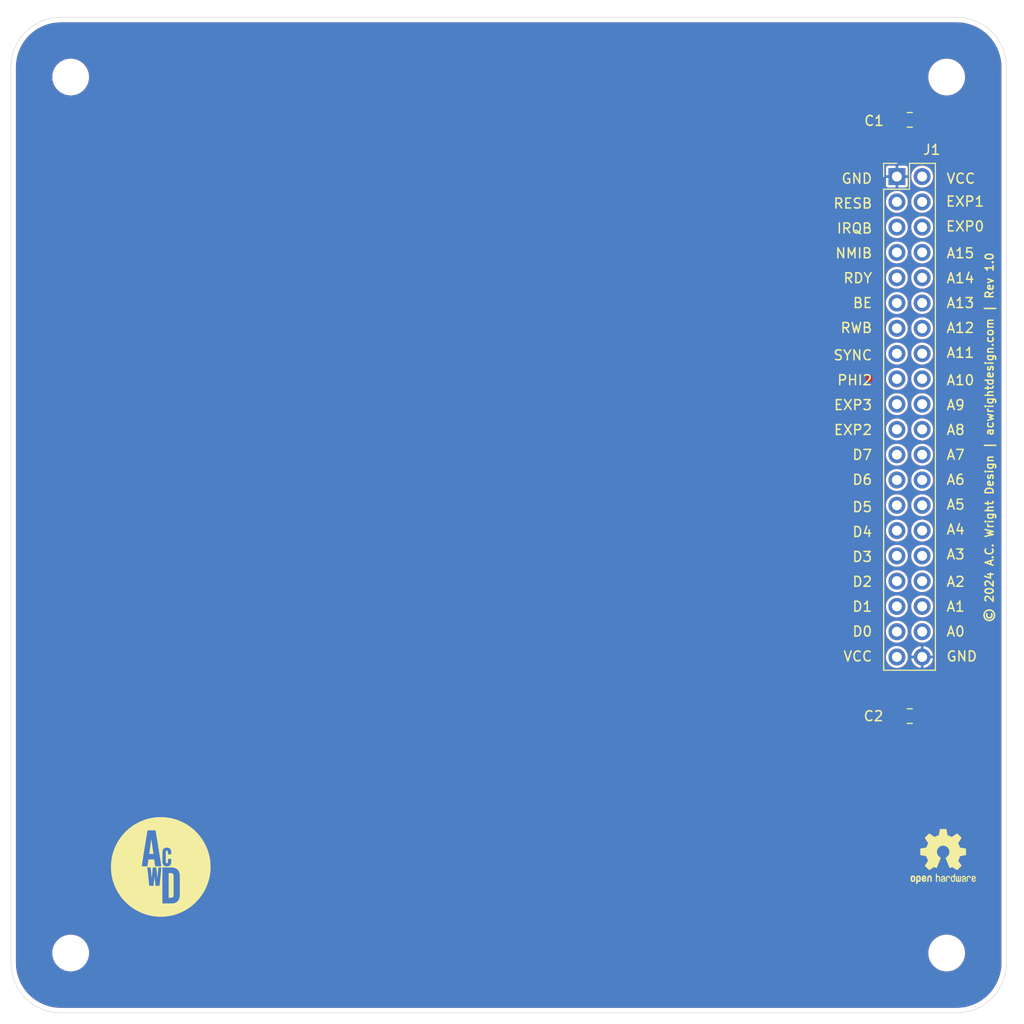
<source format=kicad_pcb>
(kicad_pcb (version 20240108) (generator "pcbnew") (generator_version "8.0")
  (title_block (title "6502 Board") (date "2024-06-12") (rev "1.0") (company "A.C. Wright Design"))
  (layers (0 "F.Cu" signal "Top") (31 "B.Cu" signal "Bottom") (34 "B.Paste" user) (35 "F.Paste" user) (36 "B.SilkS" user "B.Silkscreen") (37 "F.SilkS" user "F.Silkscreen") (38 "B.Mask" user) (39 "F.Mask" user) (44 "Edge.Cuts" user))
  (net 0 "")
  (net 1 "GND")
  (net 2 "VCC")
  (net 3 "EXP2")
  (net 4 "A0")
  (net 5 "A1")
  (net 6 "A2")
  (net 7 "A3")
  (net 8 "A4")
  (net 9 "A5")
  (net 10 "A6")
  (net 11 "A7")
  (net 12 "A8")
  (net 13 "A9")
  (net 14 "A10")
  (net 15 "A11")
  (net 16 "EXP3")
  (net 17 "A12")
  (net 18 "A13")
  (net 19 "A14")
  (net 20 "A15")
  (net 21 "D0")
  (net 22 "D1")
  (net 23 "D2")
  (net 24 "D3")
  (net 25 "D4")
  (net 26 "D5")
  (net 27 "D6")
  (net 28 "D7")
  (net 29 "PHI2")
  (net 30 "EXP1")
  (net 31 "EXP0")
  (net 32 "BE")
  (net 33 "RWB")
  (net 34 "SYNC")
  (net 35 "RDY")
  (net 36 "RESB")
  (net 37 "NMIB")
  (net 38 "IRQB")
  (footprint "MountingHole:MountingHole_3.2mm_M3" (layer "F.Cu") (at 184 56)
    (property "Reference" "H2" (hide yes))
    (property "Value" "MountingHole" (hide yes))
    (pad "" np_thru_hole circle (at 0 0) (size 3.2 3.2) (drill 3.2) (layers "*.Cu" "*.Mask"))
  )
  (footprint "MountingHole:MountingHole_3.2mm_M3" (layer "F.Cu") (at 96 144)
    (property "Reference" "H4" (hide yes))
    (property "Value" "MountingHole" (hide yes))
    (pad "" np_thru_hole circle (at 0 0) (size 3.2 3.2) (drill 3.2) (layers "*.Cu" "*.Mask"))
  )
  (footprint "MountingHole:MountingHole_3.2mm_M3" (layer "F.Cu") (at 96 56)
    (property "Reference" "H1" (hide yes))
    (property "Value" "MountingHole" (hide yes))
    (pad "" np_thru_hole circle (at 0 0) (size 3.2 3.2) (drill 3.2) (layers "*.Cu" "*.Mask"))
  )
  (footprint "MountingHole:MountingHole_3.2mm_M3" (layer "F.Cu") (at 184 144)
    (property "Reference" "H3" (hide yes))
    (property "Value" "MountingHole" (hide yes))
    (pad "" np_thru_hole circle (at 0 0) (size 3.2 3.2) (drill 3.2) (layers "*.Cu" "*.Mask"))
  )
  (footprint "Connector_PinHeader_2.54mm:PinHeader_2x20_P2.54mm_Vertical" (layer "F.Cu") (at 179 66)
    (property "Reference" "J1" (at 3.5 -2.7 0) (layer "F.SilkS"))
    (property "Value" "6502 Bus" (hide yes))
    (pad "1" thru_hole rect (at 0 0) (size 1.7 1.7) (drill 1) (layers "*.Cu" "*.Mask") (net 1 "GND"))
    (pad "2" thru_hole oval (at 2.54 0) (size 1.7 1.7) (drill 1) (layers "*.Cu" "*.Mask") (net 2 "VCC"))
    (pad "3" thru_hole oval (at 0 2.54) (size 1.7 1.7) (drill 1) (layers "*.Cu" "*.Mask") (net 36 "RESB"))
    (pad "4" thru_hole oval (at 2.54 2.54) (size 1.7 1.7) (drill 1) (layers "*.Cu" "*.Mask") (net 30 "EXP1"))
    (pad "5" thru_hole oval (at 0 5.08) (size 1.7 1.7) (drill 1) (layers "*.Cu" "*.Mask") (net 38 "IRQB"))
    (pad "6" thru_hole oval (at 2.54 5.08) (size 1.7 1.7) (drill 1) (layers "*.Cu" "*.Mask") (net 31 "EXP0"))
    (pad "7" thru_hole oval (at 0 7.62) (size 1.7 1.7) (drill 1) (layers "*.Cu" "*.Mask") (net 37 "NMIB"))
    (pad "8" thru_hole oval (at 2.54 7.62) (size 1.7 1.7) (drill 1) (layers "*.Cu" "*.Mask") (net 20 "A15"))
    (pad "9" thru_hole oval (at 0 10.16) (size 1.7 1.7) (drill 1) (layers "*.Cu" "*.Mask") (net 35 "RDY"))
    (pad "10" thru_hole oval (at 2.54 10.16) (size 1.7 1.7) (drill 1) (layers "*.Cu" "*.Mask") (net 19 "A14"))
    (pad "11" thru_hole oval (at 0 12.7) (size 1.7 1.7) (drill 1) (layers "*.Cu" "*.Mask") (net 32 "BE"))
    (pad "12" thru_hole oval (at 2.54 12.7) (size 1.7 1.7) (drill 1) (layers "*.Cu" "*.Mask") (net 18 "A13"))
    (pad "13" thru_hole oval (at 0 15.24) (size 1.7 1.7) (drill 1) (layers "*.Cu" "*.Mask") (net 33 "RWB"))
    (pad "14" thru_hole oval (at 2.54 15.24) (size 1.7 1.7) (drill 1) (layers "*.Cu" "*.Mask") (net 17 "A12"))
    (pad "15" thru_hole oval (at 0 17.78) (size 1.7 1.7) (drill 1) (layers "*.Cu" "*.Mask") (net 34 "SYNC"))
    (pad "16" thru_hole oval (at 2.54 17.78) (size 1.7 1.7) (drill 1) (layers "*.Cu" "*.Mask") (net 15 "A11"))
    (pad "17" thru_hole oval (at 0 20.32) (size 1.7 1.7) (drill 1) (layers "*.Cu" "*.Mask") (net 29 "PHI2"))
    (pad "18" thru_hole oval (at 2.54 20.32) (size 1.7 1.7) (drill 1) (layers "*.Cu" "*.Mask") (net 14 "A10"))
    (pad "19" thru_hole oval (at 0 22.86) (size 1.7 1.7) (drill 1) (layers "*.Cu" "*.Mask") (net 16 "EXP3"))
    (pad "20" thru_hole oval (at 2.54 22.86) (size 1.7 1.7) (drill 1) (layers "*.Cu" "*.Mask") (net 13 "A9"))
    (pad "21" thru_hole oval (at 0 25.4) (size 1.7 1.7) (drill 1) (layers "*.Cu" "*.Mask") (net 3 "EXP2"))
    (pad "22" thru_hole oval (at 2.54 25.4) (size 1.7 1.7) (drill 1) (layers "*.Cu" "*.Mask") (net 12 "A8"))
    (pad "23" thru_hole oval (at 0 27.94) (size 1.7 1.7) (drill 1) (layers "*.Cu" "*.Mask") (net 28 "D7"))
    (pad "24" thru_hole oval (at 2.54 27.94) (size 1.7 1.7) (drill 1) (layers "*.Cu" "*.Mask") (net 11 "A7"))
    (pad "25" thru_hole oval (at 0 30.48) (size 1.7 1.7) (drill 1) (layers "*.Cu" "*.Mask") (net 27 "D6"))
    (pad "26" thru_hole oval (at 2.54 30.48) (size 1.7 1.7) (drill 1) (layers "*.Cu" "*.Mask") (net 10 "A6"))
    (pad "27" thru_hole oval (at 0 33.02) (size 1.7 1.7) (drill 1) (layers "*.Cu" "*.Mask") (net 26 "D5"))
    (pad "28" thru_hole oval (at 2.54 33.02) (size 1.7 1.7) (drill 1) (layers "*.Cu" "*.Mask") (net 9 "A5"))
    (pad "29" thru_hole oval (at 0 35.56) (size 1.7 1.7) (drill 1) (layers "*.Cu" "*.Mask") (net 25 "D4"))
    (pad "30" thru_hole oval (at 2.54 35.56) (size 1.7 1.7) (drill 1) (layers "*.Cu" "*.Mask") (net 8 "A4"))
    (pad "31" thru_hole oval (at 0 38.1) (size 1.7 1.7) (drill 1) (layers "*.Cu" "*.Mask") (net 24 "D3"))
    (pad "32" thru_hole oval (at 2.54 38.1) (size 1.7 1.7) (drill 1) (layers "*.Cu" "*.Mask") (net 7 "A3"))
    (pad "33" thru_hole oval (at 0 40.64) (size 1.7 1.7) (drill 1) (layers "*.Cu" "*.Mask") (net 23 "D2"))
    (pad "34" thru_hole oval (at 2.54 40.64) (size 1.7 1.7) (drill 1) (layers "*.Cu" "*.Mask") (net 6 "A2"))
    (pad "35" thru_hole oval (at 0 43.18) (size 1.7 1.7) (drill 1) (layers "*.Cu" "*.Mask") (net 22 "D1"))
    (pad "36" thru_hole oval (at 2.54 43.18) (size 1.7 1.7) (drill 1) (layers "*.Cu" "*.Mask") (net 5 "A1"))
    (pad "37" thru_hole oval (at 0 45.72) (size 1.7 1.7) (drill 1) (layers "*.Cu" "*.Mask") (net 21 "D0"))
    (pad "38" thru_hole oval (at 2.54 45.72) (size 1.7 1.7) (drill 1) (layers "*.Cu" "*.Mask") (net 4 "A0"))
    (pad "39" thru_hole oval (at 0 48.26) (size 1.7 1.7) (drill 1) (layers "*.Cu" "*.Mask") (net 2 "VCC"))
    (pad "40" thru_hole oval (at 2.54 48.26) (size 1.7 1.7) (drill 1) (layers "*.Cu" "*.Mask") (net 1 "GND"))
  )
  (footprint "Capacitor_SMD:C_0805_2012Metric" (layer "F.Cu") (at 180.3 60.3 180)
    (property "Reference" "C1" (at 3.6 -0.1 180) (layer "F.SilkS"))
    (property "Value" "100nF" (hide yes))
    (pad "1" smd roundrect (at -0.95 0 180) (size 1 1.45) (layers "F.Cu" "F.Paste" "F.Mask") (net 2 "VCC"))
    (pad "2" smd roundrect (at 0.95 0 180) (size 1 1.45) (layers "F.Cu" "F.Paste" "F.Mask") (net 1 "GND"))
  )
  (footprint "A.C. Wright Logo:A.C. Wright Logo 10mm" (layer "F.Cu") (at 105.05 135.35)
    (property "Reference" "G***" (hide yes))
    (property "Value" "LOGO" (hide yes))
  )
  (footprint "Symbol:OSHW-Logo2_7.3x6mm_SilkScreen" (layer "F.Cu") (at 183.65 134.3)
    (property "Reference" "REF**" (hide yes))
    (property "Value" "OSHW-Logo2_7.3x6mm_SilkScreen" (hide yes))
  )
  (footprint "Capacitor_SMD:C_0805_2012Metric" (layer "F.Cu") (at 180.3 120.2 180)
    (property "Reference" "C2" (at 3.65 0 180) (layer "F.SilkS"))
    (property "Value" "100nF" (hide yes))
    (pad "1" smd roundrect (at -0.95 0 180) (size 1 1.45) (layers "F.Cu" "F.Paste" "F.Mask") (net 1 "GND"))
    (pad "2" smd roundrect (at 0.95 0 180) (size 1 1.45) (layers "F.Cu" "F.Paste" "F.Mask") (net 2 "VCC"))
  )
  (gr_line (start 90.0011 145.0036) (end 90.0011 55.0036) (stroke (width 0.05)) (layer "Edge.Cuts"))
  (gr_arc (start 95.0011 150.0036) (mid 91.465566 148.539134) (end 90.0011 145.0036) (stroke (width 0.05)) (layer "Edge.Cuts"))
  (gr_line (start 190.0011 55.0036) (end 190.0011 145.0036) (stroke (width 0.05)) (layer "Edge.Cuts"))
  (gr_arc (start 190.0011 145.0036) (mid 188.536634 148.539134) (end 185.0011 150.0036) (stroke (width 0.05)) (layer "Edge.Cuts"))
  (gr_arc (start 185.0011 50.0036) (mid 188.536634 51.468066) (end 190.0011 55.0036) (stroke (width 0.05)) (layer "Edge.Cuts"))
  (gr_line (start 95.0011 50.0036) (end 185.0011 50.0036) (stroke (width 0.05)) (layer "Edge.Cuts"))
  (gr_line (start 185.0011 150.0036) (end 95.0011 150.0036) (stroke (width 0.05)) (layer "Edge.Cuts"))
  (gr_arc (start 90.0011 55.0036) (mid 91.465566 51.468066) (end 95.0011 50.0036) (stroke (width 0.05)) (layer "Edge.Cuts"))
  (gr_text "VCC" (at 176.6 114.2 0) (layer "F.SilkS") (effects (font (size 1 1)) (justify right)))
  (gr_text "A10" (at 183.9 86.45 0) (layer "F.SilkS") (effects (font (size 1 1)) (justify left)))
  (gr_text "A2" (at 183.9 106.7 0) (layer "F.SilkS") (effects (font (size 1 1)) (justify left)))
  (gr_text "GND\n" (at 176.6 66.2 0) (layer "F.SilkS") (effects (font (size 1 1)) (justify right)))
  (gr_text "D0" (at 176.6 111.7 0) (layer "F.SilkS") (effects (font (size 1 1)) (justify right)))
  (gr_text "RWB" (at 176.6 81.2 0) (layer "F.SilkS") (effects (font (size 1 1)) (justify right)))
  (gr_text "BE" (at 176.6 78.7 0) (layer "F.SilkS") (effects (font (size 1 1)) (justify right)))
  (gr_text "RESB" (at 176.6 68.7 0) (layer "F.SilkS") (effects (font (size 1 1)) (justify right)))
  (gr_text "A3" (at 183.9 103.95 0) (layer "F.SilkS") (effects (font (size 1 1)) (justify left)))
  (gr_text "EXP2" (at 176.6 91.45 0) (layer "F.SilkS") (effects (font (size 1 1)) (justify right)))
  (gr_text "D5" (at 176.6 99.2 0) (layer "F.SilkS") (effects (font (size 1 1)) (justify right)))
  (gr_text "A13" (at 183.9 78.7 0) (layer "F.SilkS") (effects (font (size 1 1)) (justify left)))
  (gr_text "D2" (at 176.6 106.7 0) (layer "F.SilkS") (effects (font (size 1 1)) (justify right)))
  (gr_text "D3" (at 176.6 104.2 0) (layer "F.SilkS") (effects (font (size 1 1)) (justify right)))
  (gr_text "EXP0" (at 183.85 71 0) (layer "F.SilkS") (effects (font (size 1 1)) (justify left)))
  (gr_text "A6" (at 183.9 96.45 0) (layer "F.SilkS") (effects (font (size 1 1)) (justify left)))
  (gr_text "A7" (at 183.9 93.95 0) (layer "F.SilkS") (effects (font (size 1 1)) (justify left)))
  (gr_text "A0" (at 183.9 111.7 0) (layer "F.SilkS") (effects (font (size 1 1)) (justify left)))
  (gr_text "D7" (at 176.6 93.95 0) (layer "F.SilkS") (effects (font (size 1 1)) (justify right)))
  (gr_text "D6" (at 176.6 96.45 0) (layer "F.SilkS") (effects (font (size 1 1)) (justify right)))
  (gr_text "A11" (at 183.9 83.7 0) (layer "F.SilkS") (effects (font (size 1 1)) (justify left)))
  (gr_text "A12" (at 183.9 81.2 0) (layer "F.SilkS") (effects (font (size 1 1)) (justify left)))
  (gr_text "SYNC" (at 176.6 83.95 0) (layer "F.SilkS") (effects (font (size 1 1)) (justify right)))
  (gr_text "D4" (at 176.6 101.7 0) (layer "F.SilkS") (effects (font (size 1 1)) (justify right)))
  (gr_text "IRQB" (at 176.6 71.2 0) (layer "F.SilkS") (effects (font (size 1 1)) (justify right)))
  (gr_text "A9" (at 183.9 88.95 0) (layer "F.SilkS") (effects (font (size 1 1)) (justify left)))
  (gr_text "A14" (at 183.9 76.2 0) (layer "F.SilkS") (effects (font (size 1 1)) (justify left)))
  (gr_text "EXP1" (at 183.85 68.5 0) (layer "F.SilkS") (effects (font (size 1 1)) (justify left)))
  (gr_text "GND\n" (at 183.9 114.2 0) (layer "F.SilkS") (effects (font (size 1 1)) (justify left)))
  (gr_text "A1" (at 183.9 109.2 0) (layer "F.SilkS") (effects (font (size 1 1)) (justify left)))
  (gr_text "RDY" (at 176.6 76.2 0) (layer "F.SilkS") (effects (font (size 1 1)) (justify right)))
  (gr_text "A8" (at 183.9 91.45 0) (layer "F.SilkS") (effects (font (size 1 1)) (justify left)))
  (gr_text "NMIB" (at 176.6 73.7 0) (layer "F.SilkS") (effects (font (size 1 1)) (justify right)))
  (gr_text "D1" (at 176.6 109.2 0) (layer "F.SilkS") (effects (font (size 1 1)) (justify right)))
  (gr_text "EXP3" (at 176.6 88.95 0) (layer "F.SilkS") (effects (font (size 1 1)) (justify right)))
  (gr_text "VCC" (at 183.9 66.2 0) (layer "F.SilkS") (effects (font (size 1 1)) (justify left)))
  (gr_text "A15" (at 183.9 73.7 0) (layer "F.SilkS") (effects (font (size 1 1)) (justify left)))
  (gr_text "PHI2" (at 176.6 86.45 0) (layer "F.SilkS") (effects (font (size 1 1)) (justify right)))
  (gr_text "© 2024 A.C. Wright Design | acwrightdesign.com | Rev 1.0" (at 188.3 92.2 90) (layer "F.SilkS") (effects (font (size 0.8 0.8))))
  (gr_text "A5" (at 183.9 98.95 0) (layer "F.SilkS") (effects (font (size 1 1)) (justify left)))
  (gr_text "A4" (at 183.9 101.45 0) (layer "F.SilkS") (effects (font (size 1 1)) (justify left)))
  (segment (start 178.98 111.7) (end 179 111.72) (width 0.2) (layer "F.Cu") (net 21))
  (segment (start 178.96 101.6) (end 179 101.56) (width 0.2) (layer "F.Cu") (net 25))
  (segment (start 178.92 99.1) (end 179 99.02) (width 0.2) (layer "F.Cu") (net 26))
  (segment (start 176.22 86.32) (end 176.2 86.3) (width 0.2) (layer "B.Cu") (net 29))
  (segment (start 178.96 81.2) (end 179 81.24) (width 0.2) (layer "F.Cu") (net 33))
  (segment (start 178.96 76.2) (end 179 76.16) (width 0.2) (layer "F.Cu") (net 35))
  (segment (start 179 71.08) (end 178.92 71) (width 0.2) (layer "F.Cu") (net 38))
  (zone (net 1) (net_name "GND") (layer "F.Cu") (connect_pads (clearance 0.254)) (min_thickness 0.254) (fill yes (thermal_gap 0.254) (thermal_bridge_width 0.254))
    (polygon (pts (xy 191.77 151.13) (xy 88.9 151.13) (xy 88.9 48.26) (xy 191.77 48.26)))
  )
  (zone (net 1) (net_name "GND") (layer "B.Cu") (connect_pads (clearance 0.254)) (min_thickness 0.254) (fill yes (thermal_gap 0.254) (thermal_bridge_width 0.254))
    (polygon (pts (xy 191.77 151.13) (xy 88.9 151.13) (xy 88.9 48.26) (xy 191.77 48.26)))
  )
)
</source>
